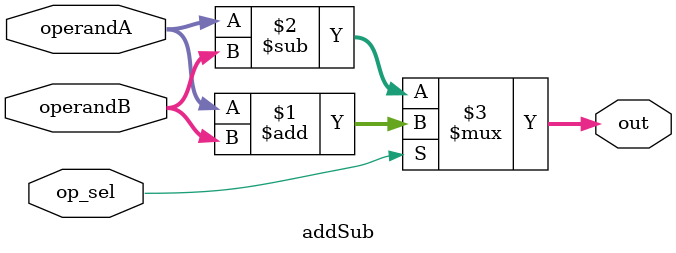
<source format=v>
module addSub(out, operandA, operandB, op_sel);
	input [3:0] operandA;
	input [3:0] operandB;
	input op_sel;
	output [3:0] out;
	
	//Adder/subtractor of two 4 bit values. Addition performed when op_sel = 1, subtract when op_sel = 0
	assign out = op_sel ? (operandA + operandB) : (operandA - operandB);
	
endmodule

</source>
